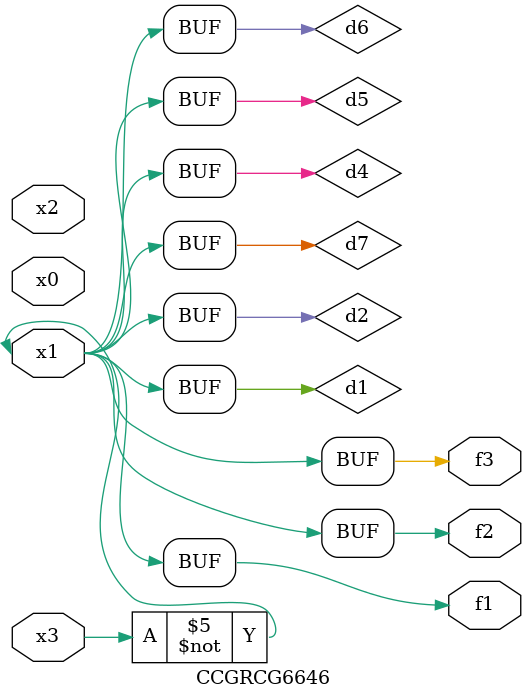
<source format=v>
module CCGRCG6646(
	input x0, x1, x2, x3,
	output f1, f2, f3
);

	wire d1, d2, d3, d4, d5, d6, d7;

	not (d1, x3);
	buf (d2, x1);
	xnor (d3, d1, d2);
	nor (d4, d1);
	buf (d5, d1, d2);
	buf (d6, d4, d5);
	nand (d7, d4);
	assign f1 = d6;
	assign f2 = d7;
	assign f3 = d6;
endmodule

</source>
